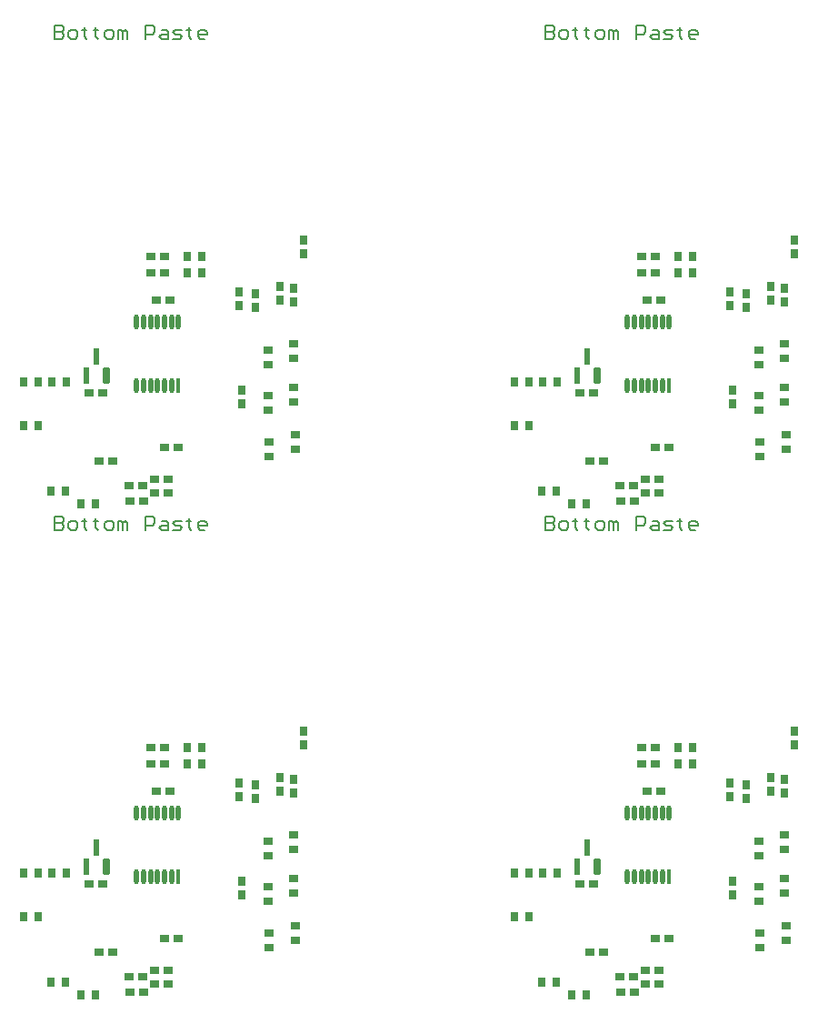
<source format=gbp>
G04 Layer_Color=128*
%FSLAX25Y25*%
%MOIN*%
G70*
G01*
G75*
%ADD13R,0.03347X0.03150*%
%ADD24R,0.03543X0.02953*%
%ADD43C,0.00800*%
%ADD61R,0.03150X0.03347*%
%ADD62R,0.02953X0.03543*%
G04:AMPARAMS|DCode=63|XSize=23.62mil|YSize=62.99mil|CornerRadius=5.91mil|HoleSize=0mil|Usage=FLASHONLY|Rotation=0.000|XOffset=0mil|YOffset=0mil|HoleType=Round|Shape=RoundedRectangle|*
%AMROUNDEDRECTD63*
21,1,0.02362,0.05118,0,0,0.0*
21,1,0.01181,0.06299,0,0,0.0*
1,1,0.01181,0.00591,-0.02559*
1,1,0.01181,-0.00591,-0.02559*
1,1,0.01181,-0.00591,0.02559*
1,1,0.01181,0.00591,0.02559*
%
%ADD63ROUNDEDRECTD63*%
%ADD64R,0.02362X0.06299*%
%ADD65R,0.01772X0.05512*%
%ADD66O,0.01772X0.05512*%
D13*
X211283Y173244D02*
D03*
X216205D02*
D03*
X207784Y161744D02*
D03*
X212705D02*
D03*
X207784Y156744D02*
D03*
X212705D02*
D03*
X188705Y193244D02*
D03*
X183783D02*
D03*
X213205Y227244D02*
D03*
X208283D02*
D03*
X211205Y237244D02*
D03*
X206283D02*
D03*
X211205Y243244D02*
D03*
X206283D02*
D03*
X203705Y153744D02*
D03*
X198783D02*
D03*
X198283Y159244D02*
D03*
X203205D02*
D03*
X192205Y168244D02*
D03*
X187284D02*
D03*
X391283Y173244D02*
D03*
X396205D02*
D03*
X387784Y161744D02*
D03*
X392705D02*
D03*
X387784Y156744D02*
D03*
X392705D02*
D03*
X368705Y193244D02*
D03*
X363783D02*
D03*
X393205Y227244D02*
D03*
X388283D02*
D03*
X391205Y237244D02*
D03*
X386283D02*
D03*
X391205Y243244D02*
D03*
X386283D02*
D03*
X383705Y153744D02*
D03*
X378783D02*
D03*
X378283Y159244D02*
D03*
X383205D02*
D03*
X372205Y168244D02*
D03*
X367284D02*
D03*
X211283Y353244D02*
D03*
X216205D02*
D03*
X207784Y341744D02*
D03*
X212705D02*
D03*
X207784Y336744D02*
D03*
X212705D02*
D03*
X188705Y373244D02*
D03*
X183783D02*
D03*
X213205Y407244D02*
D03*
X208283D02*
D03*
X211205Y417244D02*
D03*
X206283D02*
D03*
X211205Y423244D02*
D03*
X206283D02*
D03*
X203705Y333744D02*
D03*
X198783D02*
D03*
X198283Y339244D02*
D03*
X203205D02*
D03*
X192205Y348244D02*
D03*
X187284D02*
D03*
X391283Y353244D02*
D03*
X396205D02*
D03*
X387784Y341744D02*
D03*
X392705D02*
D03*
X387784Y336744D02*
D03*
X392705D02*
D03*
X368705Y373244D02*
D03*
X363783D02*
D03*
X393205Y407244D02*
D03*
X388283D02*
D03*
X391205Y417244D02*
D03*
X386283D02*
D03*
X391205Y423244D02*
D03*
X386283D02*
D03*
X383705Y333744D02*
D03*
X378783D02*
D03*
X378283Y339244D02*
D03*
X383205D02*
D03*
X372205Y348244D02*
D03*
X367284D02*
D03*
D24*
X249244Y203587D02*
D03*
Y208902D02*
D03*
X258744Y206087D02*
D03*
Y211402D02*
D03*
X249744Y170087D02*
D03*
Y175402D02*
D03*
X259244Y172587D02*
D03*
Y177902D02*
D03*
X258744Y190087D02*
D03*
Y195402D02*
D03*
X249244Y187087D02*
D03*
Y192402D02*
D03*
X429244Y203587D02*
D03*
Y208902D02*
D03*
X438744Y206087D02*
D03*
Y211402D02*
D03*
X429744Y170087D02*
D03*
Y175402D02*
D03*
X439244Y172587D02*
D03*
Y177902D02*
D03*
X438744Y190087D02*
D03*
Y195402D02*
D03*
X429244Y187087D02*
D03*
Y192402D02*
D03*
X249244Y383587D02*
D03*
Y388902D02*
D03*
X258744Y386087D02*
D03*
Y391402D02*
D03*
X249744Y350087D02*
D03*
Y355402D02*
D03*
X259244Y352587D02*
D03*
Y357902D02*
D03*
X258744Y370087D02*
D03*
Y375402D02*
D03*
X249244Y367087D02*
D03*
Y372402D02*
D03*
X429244Y383587D02*
D03*
Y388902D02*
D03*
X438744Y386087D02*
D03*
Y391402D02*
D03*
X429744Y350087D02*
D03*
Y355402D02*
D03*
X439244Y352587D02*
D03*
Y357902D02*
D03*
X438744Y370087D02*
D03*
Y375402D02*
D03*
X429244Y367087D02*
D03*
Y372402D02*
D03*
D43*
X171120Y328192D02*
Y323194D01*
X173619D01*
X174452Y324027D01*
Y324860D01*
X173619Y325693D01*
X171120D01*
X173619D01*
X174452Y326526D01*
Y327359D01*
X173619Y328192D01*
X171120D01*
X176951Y323194D02*
X178617D01*
X179450Y324027D01*
Y325693D01*
X178617Y326526D01*
X176951D01*
X176118Y325693D01*
Y324027D01*
X176951Y323194D01*
X181949Y327359D02*
Y326526D01*
X181116D01*
X182783D01*
X181949D01*
Y324027D01*
X182783Y323194D01*
X186115Y327359D02*
Y326526D01*
X185282D01*
X186948D01*
X186115D01*
Y324027D01*
X186948Y323194D01*
X190280D02*
X191946D01*
X192779Y324027D01*
Y325693D01*
X191946Y326526D01*
X190280D01*
X189447Y325693D01*
Y324027D01*
X190280Y323194D01*
X194446D02*
Y326526D01*
X195279D01*
X196112Y325693D01*
Y323194D01*
Y325693D01*
X196945Y326526D01*
X197778Y325693D01*
Y323194D01*
X204442D02*
Y328192D01*
X206941D01*
X207774Y327359D01*
Y325693D01*
X206941Y324860D01*
X204442D01*
X210274Y326526D02*
X211940D01*
X212773Y325693D01*
Y323194D01*
X210274D01*
X209441Y324027D01*
X210274Y324860D01*
X212773D01*
X214439Y323194D02*
X216938D01*
X217771Y324027D01*
X216938Y324860D01*
X215272D01*
X214439Y325693D01*
X215272Y326526D01*
X217771D01*
X220270Y327359D02*
Y326526D01*
X219437D01*
X221104D01*
X220270D01*
Y324027D01*
X221104Y323194D01*
X226102D02*
X224436D01*
X223603Y324027D01*
Y325693D01*
X224436Y326526D01*
X226102D01*
X226935Y325693D01*
Y324860D01*
X223603D01*
X351120Y328192D02*
Y323194D01*
X353619D01*
X354452Y324027D01*
Y324860D01*
X353619Y325693D01*
X351120D01*
X353619D01*
X354452Y326526D01*
Y327359D01*
X353619Y328192D01*
X351120D01*
X356951Y323194D02*
X358617D01*
X359450Y324027D01*
Y325693D01*
X358617Y326526D01*
X356951D01*
X356118Y325693D01*
Y324027D01*
X356951Y323194D01*
X361949Y327359D02*
Y326526D01*
X361116D01*
X362783D01*
X361949D01*
Y324027D01*
X362783Y323194D01*
X366115Y327359D02*
Y326526D01*
X365282D01*
X366948D01*
X366115D01*
Y324027D01*
X366948Y323194D01*
X370280D02*
X371946D01*
X372779Y324027D01*
Y325693D01*
X371946Y326526D01*
X370280D01*
X369447Y325693D01*
Y324027D01*
X370280Y323194D01*
X374446D02*
Y326526D01*
X375278D01*
X376112Y325693D01*
Y323194D01*
Y325693D01*
X376945Y326526D01*
X377778Y325693D01*
Y323194D01*
X384442D02*
Y328192D01*
X386941D01*
X387774Y327359D01*
Y325693D01*
X386941Y324860D01*
X384442D01*
X390274Y326526D02*
X391940D01*
X392773Y325693D01*
Y323194D01*
X390274D01*
X389441Y324027D01*
X390274Y324860D01*
X392773D01*
X394439Y323194D02*
X396938D01*
X397771Y324027D01*
X396938Y324860D01*
X395272D01*
X394439Y325693D01*
X395272Y326526D01*
X397771D01*
X400270Y327359D02*
Y326526D01*
X399437D01*
X401103D01*
X400270D01*
Y324027D01*
X401103Y323194D01*
X406102D02*
X404436D01*
X403603Y324027D01*
Y325693D01*
X404436Y326526D01*
X406102D01*
X406935Y325693D01*
Y324860D01*
X403603D01*
X171120Y508192D02*
Y503194D01*
X173619D01*
X174452Y504027D01*
Y504860D01*
X173619Y505693D01*
X171120D01*
X173619D01*
X174452Y506526D01*
Y507359D01*
X173619Y508192D01*
X171120D01*
X176951Y503194D02*
X178617D01*
X179450Y504027D01*
Y505693D01*
X178617Y506526D01*
X176951D01*
X176118Y505693D01*
Y504027D01*
X176951Y503194D01*
X181949Y507359D02*
Y506526D01*
X181116D01*
X182783D01*
X181949D01*
Y504027D01*
X182783Y503194D01*
X186115Y507359D02*
Y506526D01*
X185282D01*
X186948D01*
X186115D01*
Y504027D01*
X186948Y503194D01*
X190280D02*
X191946D01*
X192779Y504027D01*
Y505693D01*
X191946Y506526D01*
X190280D01*
X189447Y505693D01*
Y504027D01*
X190280Y503194D01*
X194446D02*
Y506526D01*
X195279D01*
X196112Y505693D01*
Y503194D01*
Y505693D01*
X196945Y506526D01*
X197778Y505693D01*
Y503194D01*
X204442D02*
Y508192D01*
X206941D01*
X207774Y507359D01*
Y505693D01*
X206941Y504860D01*
X204442D01*
X210274Y506526D02*
X211940D01*
X212773Y505693D01*
Y503194D01*
X210274D01*
X209441Y504027D01*
X210274Y504860D01*
X212773D01*
X214439Y503194D02*
X216938D01*
X217771Y504027D01*
X216938Y504860D01*
X215272D01*
X214439Y505693D01*
X215272Y506526D01*
X217771D01*
X220270Y507359D02*
Y506526D01*
X219437D01*
X221104D01*
X220270D01*
Y504027D01*
X221104Y503194D01*
X226102D02*
X224436D01*
X223603Y504027D01*
Y505693D01*
X224436Y506526D01*
X226102D01*
X226935Y505693D01*
Y504860D01*
X223603D01*
X351120Y508192D02*
Y503194D01*
X353619D01*
X354452Y504027D01*
Y504860D01*
X353619Y505693D01*
X351120D01*
X353619D01*
X354452Y506526D01*
Y507359D01*
X353619Y508192D01*
X351120D01*
X356951Y503194D02*
X358617D01*
X359450Y504027D01*
Y505693D01*
X358617Y506526D01*
X356951D01*
X356118Y505693D01*
Y504027D01*
X356951Y503194D01*
X361949Y507359D02*
Y506526D01*
X361116D01*
X362783D01*
X361949D01*
Y504027D01*
X362783Y503194D01*
X366115Y507359D02*
Y506526D01*
X365282D01*
X366948D01*
X366115D01*
Y504027D01*
X366948Y503194D01*
X370280D02*
X371946D01*
X372779Y504027D01*
Y505693D01*
X371946Y506526D01*
X370280D01*
X369447Y505693D01*
Y504027D01*
X370280Y503194D01*
X374446D02*
Y506526D01*
X375278D01*
X376112Y505693D01*
Y503194D01*
Y505693D01*
X376945Y506526D01*
X377778Y505693D01*
Y503194D01*
X384442D02*
Y508192D01*
X386941D01*
X387774Y507359D01*
Y505693D01*
X386941Y504860D01*
X384442D01*
X390274Y506526D02*
X391940D01*
X392773Y505693D01*
Y503194D01*
X390274D01*
X389441Y504027D01*
X390274Y504860D01*
X392773D01*
X394439Y503194D02*
X396938D01*
X397771Y504027D01*
X396938Y504860D01*
X395272D01*
X394439Y505693D01*
X395272Y506526D01*
X397771D01*
X400270Y507359D02*
Y506526D01*
X399437D01*
X401103D01*
X400270D01*
Y504027D01*
X401103Y503194D01*
X406102D02*
X404436D01*
X403603Y504027D01*
Y505693D01*
X404436Y506526D01*
X406102D01*
X406935Y505693D01*
Y504860D01*
X403603D01*
D61*
X258744Y226783D02*
D03*
Y231705D02*
D03*
X253744Y227283D02*
D03*
Y232205D02*
D03*
X238744Y230205D02*
D03*
Y225283D02*
D03*
X244744Y229705D02*
D03*
Y224783D02*
D03*
X262244Y249205D02*
D03*
Y244283D02*
D03*
X239744Y194205D02*
D03*
Y189283D02*
D03*
X438744Y226783D02*
D03*
Y231705D02*
D03*
X433744Y227283D02*
D03*
Y232205D02*
D03*
X418744Y230205D02*
D03*
Y225283D02*
D03*
X424744Y229705D02*
D03*
Y224783D02*
D03*
X442244Y249205D02*
D03*
Y244283D02*
D03*
X419744Y194205D02*
D03*
Y189283D02*
D03*
X258744Y406783D02*
D03*
Y411705D02*
D03*
X253744Y407283D02*
D03*
Y412205D02*
D03*
X238744Y410205D02*
D03*
Y405283D02*
D03*
X244744Y409705D02*
D03*
Y404783D02*
D03*
X262244Y429205D02*
D03*
Y424283D02*
D03*
X239744Y374205D02*
D03*
Y369283D02*
D03*
X438744Y406783D02*
D03*
Y411705D02*
D03*
X433744Y407283D02*
D03*
Y412205D02*
D03*
X418744Y410205D02*
D03*
Y405283D02*
D03*
X424744Y409705D02*
D03*
Y404783D02*
D03*
X442244Y429205D02*
D03*
Y424283D02*
D03*
X419744Y374205D02*
D03*
Y369283D02*
D03*
D62*
X169587Y157244D02*
D03*
X174901D02*
D03*
X224902Y237244D02*
D03*
X219587D02*
D03*
X224902Y243244D02*
D03*
X219587D02*
D03*
X164902Y181244D02*
D03*
X159587D02*
D03*
X170087Y197244D02*
D03*
X175401D02*
D03*
X159587D02*
D03*
X164901D02*
D03*
X180587Y152744D02*
D03*
X185901D02*
D03*
X349587Y157244D02*
D03*
X354901D02*
D03*
X404902Y237244D02*
D03*
X399587D02*
D03*
X404902Y243244D02*
D03*
X399587D02*
D03*
X344902Y181244D02*
D03*
X339587D02*
D03*
X350087Y197244D02*
D03*
X355401D02*
D03*
X339587D02*
D03*
X344901D02*
D03*
X360587Y152744D02*
D03*
X365901D02*
D03*
X169587Y337244D02*
D03*
X174901D02*
D03*
X224902Y417244D02*
D03*
X219587D02*
D03*
X224902Y423244D02*
D03*
X219587D02*
D03*
X164902Y361244D02*
D03*
X159587D02*
D03*
X170087Y377244D02*
D03*
X175401D02*
D03*
X159587D02*
D03*
X164901D02*
D03*
X180587Y332744D02*
D03*
X185901D02*
D03*
X349587Y337244D02*
D03*
X354901D02*
D03*
X404902Y417244D02*
D03*
X399587D02*
D03*
X404902Y423244D02*
D03*
X399587D02*
D03*
X344902Y361244D02*
D03*
X339587D02*
D03*
X350087Y377244D02*
D03*
X355401D02*
D03*
X339587D02*
D03*
X344901D02*
D03*
X360587Y332744D02*
D03*
X365901D02*
D03*
D63*
X189984Y199701D02*
D03*
X369984D02*
D03*
X189984Y379701D02*
D03*
X369984D02*
D03*
D64*
X182504Y199701D02*
D03*
X186244Y206787D02*
D03*
X362504Y199701D02*
D03*
X366244Y206787D02*
D03*
X182504Y379701D02*
D03*
X186244Y386787D02*
D03*
X362504Y379701D02*
D03*
X366244Y386787D02*
D03*
D65*
X216421Y196177D02*
D03*
X396421D02*
D03*
X216421Y376177D02*
D03*
X396421D02*
D03*
D66*
X213862Y196177D02*
D03*
X211303D02*
D03*
X208744D02*
D03*
X206185D02*
D03*
X203626D02*
D03*
X201067D02*
D03*
X216421Y219406D02*
D03*
X213862D02*
D03*
X211303D02*
D03*
X208744D02*
D03*
X206185D02*
D03*
X203626D02*
D03*
X201067D02*
D03*
X393862Y196177D02*
D03*
X391303D02*
D03*
X388744D02*
D03*
X386185D02*
D03*
X383626D02*
D03*
X381067D02*
D03*
X396421Y219406D02*
D03*
X393862D02*
D03*
X391303D02*
D03*
X388744D02*
D03*
X386185D02*
D03*
X383626D02*
D03*
X381067D02*
D03*
X213862Y376177D02*
D03*
X211303D02*
D03*
X208744D02*
D03*
X206185D02*
D03*
X203626D02*
D03*
X201067D02*
D03*
X216421Y399406D02*
D03*
X213862D02*
D03*
X211303D02*
D03*
X208744D02*
D03*
X206185D02*
D03*
X203626D02*
D03*
X201067D02*
D03*
X393862Y376177D02*
D03*
X391303D02*
D03*
X388744D02*
D03*
X386185D02*
D03*
X383626D02*
D03*
X381067D02*
D03*
X396421Y399406D02*
D03*
X393862D02*
D03*
X391303D02*
D03*
X388744D02*
D03*
X386185D02*
D03*
X383626D02*
D03*
X381067D02*
D03*
M02*

</source>
